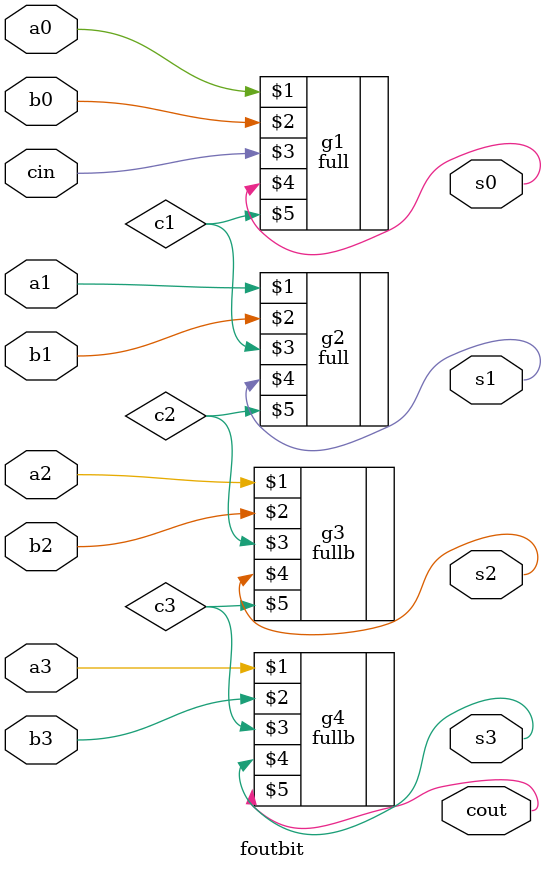
<source format=v>
`timescale 1ns / 1ps
module foutbit(cin, a0, b0, a1, b1, a2, b2, a3, b3, cout, s0, s1, s2, s3
    );

input cin, a0, b0, a1, b1, a2, b2, a3, b3;
output cout, s0, s1, s2, s3;
wire c1, c2, c3;

full g1(a0, b0, cin, s0, c1);
full g2(a1, b1, c1, s1, c2);
fullb g3(a2, b2, c2, s2, c3);
fullb g4(a3, b3, c3, s3, cout);

endmodule

</source>
